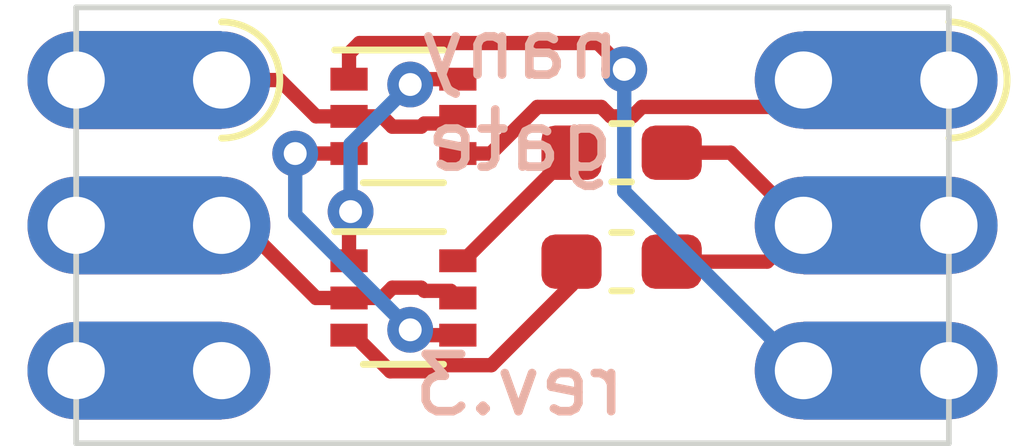
<source format=kicad_pcb>
(kicad_pcb (version 20171130) (host pcbnew 5.1.6)

  (general
    (thickness 1.6)
    (drawings 6)
    (tracks 63)
    (zones 0)
    (modules 6)
    (nets 11)
  )

  (page A4)
  (layers
    (0 F.Cu signal)
    (31 B.Cu signal)
    (32 B.Adhes user)
    (33 F.Adhes user)
    (34 B.Paste user)
    (35 F.Paste user)
    (36 B.SilkS user)
    (37 F.SilkS user)
    (38 B.Mask user)
    (39 F.Mask user)
    (40 Dwgs.User user)
    (41 Cmts.User user)
    (42 Eco1.User user)
    (43 Eco2.User user)
    (44 Edge.Cuts user)
    (45 Margin user)
    (46 B.CrtYd user)
    (47 F.CrtYd user)
    (48 B.Fab user)
    (49 F.Fab user hide)
  )

  (setup
    (last_trace_width 0.25)
    (user_trace_width 0.3)
    (trace_clearance 0.2)
    (zone_clearance 0.508)
    (zone_45_only no)
    (trace_min 0.2)
    (via_size 0.8)
    (via_drill 0.4)
    (via_min_size 0.4)
    (via_min_drill 0.3)
    (uvia_size 0.3)
    (uvia_drill 0.1)
    (uvias_allowed no)
    (uvia_min_size 0.2)
    (uvia_min_drill 0.1)
    (edge_width 0.05)
    (segment_width 0.2)
    (pcb_text_width 0.3)
    (pcb_text_size 1.5 1.5)
    (mod_edge_width 0.12)
    (mod_text_size 1 1)
    (mod_text_width 0.15)
    (pad_size 1.524 1.524)
    (pad_drill 0.762)
    (pad_to_mask_clearance 0.05)
    (aux_axis_origin 0 0)
    (visible_elements FFFFFF7F)
    (pcbplotparams
      (layerselection 0x010fc_ffffffff)
      (usegerberextensions false)
      (usegerberattributes true)
      (usegerberadvancedattributes true)
      (creategerberjobfile true)
      (excludeedgelayer true)
      (linewidth 0.100000)
      (plotframeref false)
      (viasonmask false)
      (mode 1)
      (useauxorigin false)
      (hpglpennumber 1)
      (hpglpenspeed 20)
      (hpglpendiameter 15.000000)
      (psnegative false)
      (psa4output false)
      (plotreference true)
      (plotvalue true)
      (plotinvisibletext false)
      (padsonsilk false)
      (subtractmaskfromsilk false)
      (outputformat 1)
      (mirror false)
      (drillshape 0)
      (scaleselection 1)
      (outputdirectory "../../../../pcbs/gates/nany/"))
  )

  (net 0 "")
  (net 1 Vss)
  (net 2 Out)
  (net 3 B)
  (net 4 Vdd)
  (net 5 A)
  (net 6 "Net-(J1-Pad3)")
  (net 7 "Net-(Q1-Pad6)")
  (net 8 "Net-(Q1-Pad3)")
  (net 9 "Net-(Q2-Pad6)")
  (net 10 "Net-(Q2-Pad3)")

  (net_class Default "This is the default net class."
    (clearance 0.2)
    (trace_width 0.25)
    (via_dia 0.8)
    (via_drill 0.4)
    (uvia_dia 0.3)
    (uvia_drill 0.1)
    (add_net A)
    (add_net B)
    (add_net "Net-(J1-Pad3)")
    (add_net "Net-(Q1-Pad3)")
    (add_net "Net-(Q1-Pad6)")
    (add_net "Net-(Q2-Pad3)")
    (add_net "Net-(Q2-Pad6)")
    (add_net Out)
    (add_net Vdd)
    (add_net Vss)
  )

  (module Castellation:Hybrid_Castellation_1x03_P2.54 (layer F.Cu) (tedit 60A116C0) (tstamp 5FF6BDEF)
    (at 102.235 49.53)
    (descr "Edge Castellation, 1x03, 2.54mm pitch, single row")
    (tags "Castellation Edge 1x03 2.54mm single row")
    (path /5FE32560)
    (fp_text reference J1 (at 0 -2.54) (layer F.SilkS) hide
      (effects (font (size 1 1) (thickness 0.15)))
    )
    (fp_text value Conn_01x03 (at 0 7.85) (layer F.Fab)
      (effects (font (size 1 1) (thickness 0.15)))
    )
    (fp_line (start 2.54 -0.635) (end 2.54 6.35) (layer F.Fab) (width 0.1))
    (fp_line (start -2.54 6.35) (end -2.54 -1.27) (layer F.Fab) (width 0.1))
    (fp_line (start 1.905 -1.27) (end 2.54 -0.635) (layer F.Fab) (width 0.1))
    (fp_line (start -2.54 -1.27) (end 1.905 -1.27) (layer F.Fab) (width 0.12))
    (fp_line (start -2.54 6.35) (end 2.54 6.35) (layer F.Fab) (width 0.12))
    (fp_arc (start 1.27 0) (end 1.27 1.016) (angle -180) (layer F.SilkS) (width 0.12))
    (fp_text user %R (at 0 2.54 90) (layer F.Fab)
      (effects (font (size 1 1) (thickness 0.15)))
    )
    (pad 3 connect custom (at 0 5.08) (size 2.54 1.7145) (layers B.Cu B.Mask)
      (net 6 "Net-(J1-Pad3)") (zone_connect 0)
      (options (clearance outline) (anchor rect))
      (primitives
      ))
    (pad 2 connect custom (at 0 2.54) (size 2.54 1.7145) (layers B.Cu B.Mask)
      (net 3 B) (zone_connect 0)
      (options (clearance outline) (anchor rect))
      (primitives
      ))
    (pad 1 connect custom (at 0 0) (size 2.54 1.7145) (layers B.Cu B.Mask)
      (net 5 A) (zone_connect 0)
      (options (clearance outline) (anchor rect))
      (primitives
      ))
    (pad 3 connect custom (at 0 5.08) (size 2.54 1.7145) (layers F.Cu F.Mask)
      (net 6 "Net-(J1-Pad3)") (zone_connect 0)
      (options (clearance outline) (anchor rect))
      (primitives
      ))
    (pad 2 connect custom (at 0 2.54) (size 2.54 1.7145) (layers F.Cu F.Mask)
      (net 3 B) (zone_connect 0)
      (options (clearance outline) (anchor rect))
      (primitives
      ))
    (pad 1 connect custom (at 0 0) (size 2.54 1.7145) (layers F.Cu F.Mask)
      (net 5 A) (zone_connect 0)
      (options (clearance outline) (anchor rect))
      (primitives
      ))
    (pad 1 thru_hole oval (at 1.27 0) (size 1.7 1.7) (drill 1) (layers *.Cu *.Mask)
      (net 5 A))
    (pad 2 thru_hole oval (at 1.27 2.54) (size 1.7 1.7) (drill 1) (layers *.Cu *.Mask)
      (net 3 B))
    (pad 3 thru_hole oval (at 1.27 5.08) (size 1.7 1.7) (drill 1) (layers *.Cu *.Mask)
      (net 6 "Net-(J1-Pad3)"))
    (pad 3 thru_hole oval (at -1.27 5.08) (size 1.7 1.7) (drill 1) (layers *.Cu *.Mask)
      (net 6 "Net-(J1-Pad3)"))
    (pad 2 thru_hole oval (at -1.27 2.54) (size 1.7 1.7) (drill 1) (layers *.Cu *.Mask)
      (net 3 B))
    (pad 1 thru_hole oval (at -1.27 0) (size 1.7 1.7) (drill 1) (layers *.Cu *.Mask)
      (net 5 A))
  )

  (module Castellation:Hybrid_Castellation_1x03_P2.54 (layer F.Cu) (tedit 60A116C0) (tstamp 5FF6BDFD)
    (at 114.935 49.53)
    (descr "Edge Castellation, 1x03, 2.54mm pitch, single row")
    (tags "Castellation Edge 1x03 2.54mm single row")
    (path /5FE33D7E)
    (fp_text reference J2 (at 0 -2.54) (layer F.SilkS) hide
      (effects (font (size 1 1) (thickness 0.15)))
    )
    (fp_text value Conn_01x03 (at 0 7.85) (layer F.Fab)
      (effects (font (size 1 1) (thickness 0.15)))
    )
    (fp_line (start 2.54 -0.635) (end 2.54 6.35) (layer F.Fab) (width 0.1))
    (fp_line (start -2.54 6.35) (end -2.54 -1.27) (layer F.Fab) (width 0.1))
    (fp_line (start 1.905 -1.27) (end 2.54 -0.635) (layer F.Fab) (width 0.1))
    (fp_line (start -2.54 -1.27) (end 1.905 -1.27) (layer F.Fab) (width 0.12))
    (fp_line (start -2.54 6.35) (end 2.54 6.35) (layer F.Fab) (width 0.12))
    (fp_arc (start 1.27 0) (end 1.27 1.016) (angle -180) (layer F.SilkS) (width 0.12))
    (fp_text user %R (at 0 2.54 90) (layer F.Fab)
      (effects (font (size 1 1) (thickness 0.15)))
    )
    (pad 3 connect custom (at 0 5.08) (size 2.54 1.7145) (layers B.Cu B.Mask)
      (net 1 Vss) (zone_connect 0)
      (options (clearance outline) (anchor rect))
      (primitives
      ))
    (pad 2 connect custom (at 0 2.54) (size 2.54 1.7145) (layers B.Cu B.Mask)
      (net 2 Out) (zone_connect 0)
      (options (clearance outline) (anchor rect))
      (primitives
      ))
    (pad 1 connect custom (at 0 0) (size 2.54 1.7145) (layers B.Cu B.Mask)
      (net 4 Vdd) (zone_connect 0)
      (options (clearance outline) (anchor rect))
      (primitives
      ))
    (pad 3 connect custom (at 0 5.08) (size 2.54 1.7145) (layers F.Cu F.Mask)
      (net 1 Vss) (zone_connect 0)
      (options (clearance outline) (anchor rect))
      (primitives
      ))
    (pad 2 connect custom (at 0 2.54) (size 2.54 1.7145) (layers F.Cu F.Mask)
      (net 2 Out) (zone_connect 0)
      (options (clearance outline) (anchor rect))
      (primitives
      ))
    (pad 1 connect custom (at 0 0) (size 2.54 1.7145) (layers F.Cu F.Mask)
      (net 4 Vdd) (zone_connect 0)
      (options (clearance outline) (anchor rect))
      (primitives
      ))
    (pad 1 thru_hole oval (at 1.27 0) (size 1.7 1.7) (drill 1) (layers *.Cu *.Mask)
      (net 4 Vdd))
    (pad 2 thru_hole oval (at 1.27 2.54) (size 1.7 1.7) (drill 1) (layers *.Cu *.Mask)
      (net 2 Out))
    (pad 3 thru_hole oval (at 1.27 5.08) (size 1.7 1.7) (drill 1) (layers *.Cu *.Mask)
      (net 1 Vss))
    (pad 3 thru_hole oval (at -1.27 5.08) (size 1.7 1.7) (drill 1) (layers *.Cu *.Mask)
      (net 1 Vss))
    (pad 2 thru_hole oval (at -1.27 2.54) (size 1.7 1.7) (drill 1) (layers *.Cu *.Mask)
      (net 2 Out))
    (pad 1 thru_hole oval (at -1.27 0) (size 1.7 1.7) (drill 1) (layers *.Cu *.Mask)
      (net 4 Vdd))
  )

  (module Package_TO_SOT_SMD:SOT-363_SC-70-6 (layer F.Cu) (tedit 5A02FF57) (tstamp 5FF6BE13)
    (at 106.68 50.165)
    (descr "SOT-363, SC-70-6")
    (tags "SOT-363 SC-70-6")
    (path /5FFCF8E4)
    (attr smd)
    (fp_text reference Q1 (at 0 -2) (layer F.SilkS) hide
      (effects (font (size 1 1) (thickness 0.15)))
    )
    (fp_text value BSS8402DW (at 0 2 180) (layer F.Fab)
      (effects (font (size 1 1) (thickness 0.15)))
    )
    (fp_line (start 0.7 -1.16) (end -1.2 -1.16) (layer F.SilkS) (width 0.12))
    (fp_line (start -0.7 1.16) (end 0.7 1.16) (layer F.SilkS) (width 0.12))
    (fp_line (start 1.6 1.4) (end 1.6 -1.4) (layer F.CrtYd) (width 0.05))
    (fp_line (start -1.6 -1.4) (end -1.6 1.4) (layer F.CrtYd) (width 0.05))
    (fp_line (start -1.6 -1.4) (end 1.6 -1.4) (layer F.CrtYd) (width 0.05))
    (fp_line (start 0.675 -1.1) (end -0.175 -1.1) (layer F.Fab) (width 0.1))
    (fp_line (start -0.675 -0.6) (end -0.675 1.1) (layer F.Fab) (width 0.1))
    (fp_line (start -1.6 1.4) (end 1.6 1.4) (layer F.CrtYd) (width 0.05))
    (fp_line (start 0.675 -1.1) (end 0.675 1.1) (layer F.Fab) (width 0.1))
    (fp_line (start 0.675 1.1) (end -0.675 1.1) (layer F.Fab) (width 0.1))
    (fp_line (start -0.175 -1.1) (end -0.675 -0.6) (layer F.Fab) (width 0.1))
    (fp_text user %R (at 0 0 90) (layer F.Fab)
      (effects (font (size 0.5 0.5) (thickness 0.075)))
    )
    (pad 6 smd rect (at 0.95 -0.65) (size 0.65 0.4) (layers F.Cu F.Paste F.Mask)
      (net 7 "Net-(Q1-Pad6)"))
    (pad 4 smd rect (at 0.95 0.65) (size 0.65 0.4) (layers F.Cu F.Paste F.Mask)
      (net 4 Vdd))
    (pad 2 smd rect (at -0.95 0) (size 0.65 0.4) (layers F.Cu F.Paste F.Mask)
      (net 5 A))
    (pad 5 smd rect (at 0.95 0) (size 0.65 0.4) (layers F.Cu F.Paste F.Mask)
      (net 5 A))
    (pad 3 smd rect (at -0.95 0.65) (size 0.65 0.4) (layers F.Cu F.Paste F.Mask)
      (net 8 "Net-(Q1-Pad3)"))
    (pad 1 smd rect (at -0.95 -0.65) (size 0.65 0.4) (layers F.Cu F.Paste F.Mask)
      (net 1 Vss))
    (model ${KISYS3DMOD}/Package_TO_SOT_SMD.3dshapes/SOT-363_SC-70-6.wrl
      (at (xyz 0 0 0))
      (scale (xyz 1 1 1))
      (rotate (xyz 0 0 0))
    )
  )

  (module Package_TO_SOT_SMD:SOT-363_SC-70-6 (layer F.Cu) (tedit 5A02FF57) (tstamp 5FF6BE29)
    (at 106.68 53.34)
    (descr "SOT-363, SC-70-6")
    (tags "SOT-363 SC-70-6")
    (path /5FFD2E43)
    (attr smd)
    (fp_text reference Q2 (at 0 -2) (layer F.SilkS) hide
      (effects (font (size 1 1) (thickness 0.15)))
    )
    (fp_text value BSS8402DW (at 0 2 180) (layer F.Fab)
      (effects (font (size 1 1) (thickness 0.15)))
    )
    (fp_line (start 0.7 -1.16) (end -1.2 -1.16) (layer F.SilkS) (width 0.12))
    (fp_line (start -0.7 1.16) (end 0.7 1.16) (layer F.SilkS) (width 0.12))
    (fp_line (start 1.6 1.4) (end 1.6 -1.4) (layer F.CrtYd) (width 0.05))
    (fp_line (start -1.6 -1.4) (end -1.6 1.4) (layer F.CrtYd) (width 0.05))
    (fp_line (start -1.6 -1.4) (end 1.6 -1.4) (layer F.CrtYd) (width 0.05))
    (fp_line (start 0.675 -1.1) (end -0.175 -1.1) (layer F.Fab) (width 0.1))
    (fp_line (start -0.675 -0.6) (end -0.675 1.1) (layer F.Fab) (width 0.1))
    (fp_line (start -1.6 1.4) (end 1.6 1.4) (layer F.CrtYd) (width 0.05))
    (fp_line (start 0.675 -1.1) (end 0.675 1.1) (layer F.Fab) (width 0.1))
    (fp_line (start 0.675 1.1) (end -0.675 1.1) (layer F.Fab) (width 0.1))
    (fp_line (start -0.175 -1.1) (end -0.675 -0.6) (layer F.Fab) (width 0.1))
    (fp_text user %R (at 0 0 90) (layer F.Fab)
      (effects (font (size 0.5 0.5) (thickness 0.075)))
    )
    (pad 6 smd rect (at 0.95 -0.65) (size 0.65 0.4) (layers F.Cu F.Paste F.Mask)
      (net 9 "Net-(Q2-Pad6)"))
    (pad 4 smd rect (at 0.95 0.65) (size 0.65 0.4) (layers F.Cu F.Paste F.Mask)
      (net 8 "Net-(Q1-Pad3)"))
    (pad 2 smd rect (at -0.95 0) (size 0.65 0.4) (layers F.Cu F.Paste F.Mask)
      (net 3 B))
    (pad 5 smd rect (at 0.95 0) (size 0.65 0.4) (layers F.Cu F.Paste F.Mask)
      (net 3 B))
    (pad 3 smd rect (at -0.95 0.65) (size 0.65 0.4) (layers F.Cu F.Paste F.Mask)
      (net 10 "Net-(Q2-Pad3)"))
    (pad 1 smd rect (at -0.95 -0.65) (size 0.65 0.4) (layers F.Cu F.Paste F.Mask)
      (net 7 "Net-(Q1-Pad6)"))
    (model ${KISYS3DMOD}/Package_TO_SOT_SMD.3dshapes/SOT-363_SC-70-6.wrl
      (at (xyz 0 0 0))
      (scale (xyz 1 1 1))
      (rotate (xyz 0 0 0))
    )
  )

  (module Resistor_SMD:R_0603_1608Metric_Pad1.05x0.95mm_HandSolder (layer F.Cu) (tedit 5B301BBD) (tstamp 5FF6BE4B)
    (at 110.49 50.8 180)
    (descr "Resistor SMD 0603 (1608 Metric), square (rectangular) end terminal, IPC_7351 nominal with elongated pad for handsoldering. (Body size source: http://www.tortai-tech.com/upload/download/2011102023233369053.pdf), generated with kicad-footprint-generator")
    (tags "resistor handsolder")
    (path /5FFD91D1)
    (attr smd)
    (fp_text reference R2 (at 0 -1.43) (layer F.SilkS) hide
      (effects (font (size 1 1) (thickness 0.15)))
    )
    (fp_text value 12k (at 0 1.43) (layer F.Fab)
      (effects (font (size 1 1) (thickness 0.15)))
    )
    (fp_line (start -0.8 0.4) (end -0.8 -0.4) (layer F.Fab) (width 0.1))
    (fp_line (start -0.8 -0.4) (end 0.8 -0.4) (layer F.Fab) (width 0.1))
    (fp_line (start 0.8 -0.4) (end 0.8 0.4) (layer F.Fab) (width 0.1))
    (fp_line (start 0.8 0.4) (end -0.8 0.4) (layer F.Fab) (width 0.1))
    (fp_line (start -0.171267 -0.51) (end 0.171267 -0.51) (layer F.SilkS) (width 0.12))
    (fp_line (start -0.171267 0.51) (end 0.171267 0.51) (layer F.SilkS) (width 0.12))
    (fp_line (start -1.65 0.73) (end -1.65 -0.73) (layer F.CrtYd) (width 0.05))
    (fp_line (start -1.65 -0.73) (end 1.65 -0.73) (layer F.CrtYd) (width 0.05))
    (fp_line (start 1.65 -0.73) (end 1.65 0.73) (layer F.CrtYd) (width 0.05))
    (fp_line (start 1.65 0.73) (end -1.65 0.73) (layer F.CrtYd) (width 0.05))
    (fp_text user %R (at 0 0) (layer F.Fab)
      (effects (font (size 0.4 0.4) (thickness 0.06)))
    )
    (pad 2 smd roundrect (at 0.875 0 180) (size 1.05 0.95) (layers F.Cu F.Paste F.Mask) (roundrect_rratio 0.25)
      (net 9 "Net-(Q2-Pad6)"))
    (pad 1 smd roundrect (at -0.875 0 180) (size 1.05 0.95) (layers F.Cu F.Paste F.Mask) (roundrect_rratio 0.25)
      (net 2 Out))
    (model ${KISYS3DMOD}/Resistor_SMD.3dshapes/R_0603_1608Metric.wrl
      (at (xyz 0 0 0))
      (scale (xyz 1 1 1))
      (rotate (xyz 0 0 0))
    )
  )

  (module Resistor_SMD:R_0603_1608Metric_Pad1.05x0.95mm_HandSolder (layer F.Cu) (tedit 5B301BBD) (tstamp 5FF6BE3A)
    (at 110.49 52.705)
    (descr "Resistor SMD 0603 (1608 Metric), square (rectangular) end terminal, IPC_7351 nominal with elongated pad for handsoldering. (Body size source: http://www.tortai-tech.com/upload/download/2011102023233369053.pdf), generated with kicad-footprint-generator")
    (tags "resistor handsolder")
    (path /5FFD8C4E)
    (attr smd)
    (fp_text reference R1 (at 0 -1.43) (layer F.SilkS) hide
      (effects (font (size 1 1) (thickness 0.15)))
    )
    (fp_text value 12k (at 0 1.43) (layer F.Fab)
      (effects (font (size 1 1) (thickness 0.15)))
    )
    (fp_line (start -0.8 0.4) (end -0.8 -0.4) (layer F.Fab) (width 0.1))
    (fp_line (start -0.8 -0.4) (end 0.8 -0.4) (layer F.Fab) (width 0.1))
    (fp_line (start 0.8 -0.4) (end 0.8 0.4) (layer F.Fab) (width 0.1))
    (fp_line (start 0.8 0.4) (end -0.8 0.4) (layer F.Fab) (width 0.1))
    (fp_line (start -0.171267 -0.51) (end 0.171267 -0.51) (layer F.SilkS) (width 0.12))
    (fp_line (start -0.171267 0.51) (end 0.171267 0.51) (layer F.SilkS) (width 0.12))
    (fp_line (start -1.65 0.73) (end -1.65 -0.73) (layer F.CrtYd) (width 0.05))
    (fp_line (start -1.65 -0.73) (end 1.65 -0.73) (layer F.CrtYd) (width 0.05))
    (fp_line (start 1.65 -0.73) (end 1.65 0.73) (layer F.CrtYd) (width 0.05))
    (fp_line (start 1.65 0.73) (end -1.65 0.73) (layer F.CrtYd) (width 0.05))
    (fp_text user %R (at 0 0) (layer F.Fab)
      (effects (font (size 0.4 0.4) (thickness 0.06)))
    )
    (pad 2 smd roundrect (at 0.875 0) (size 1.05 0.95) (layers F.Cu F.Paste F.Mask) (roundrect_rratio 0.25)
      (net 2 Out))
    (pad 1 smd roundrect (at -0.875 0) (size 1.05 0.95) (layers F.Cu F.Paste F.Mask) (roundrect_rratio 0.25)
      (net 10 "Net-(Q2-Pad3)"))
    (model ${KISYS3DMOD}/Resistor_SMD.3dshapes/R_0603_1608Metric.wrl
      (at (xyz 0 0 0))
      (scale (xyz 1 1 1))
      (rotate (xyz 0 0 0))
    )
  )

  (gr_line (start 116.205 48.26) (end 116.205 55.88) (layer Edge.Cuts) (width 0.1))
  (gr_line (start 100.965 48.26) (end 116.205 48.26) (layer Edge.Cuts) (width 0.1))
  (gr_line (start 100.965 55.88) (end 100.965 48.26) (layer Edge.Cuts) (width 0.1))
  (gr_line (start 116.205 55.88) (end 100.965 55.88) (layer Edge.Cuts) (width 0.1))
  (gr_text rev.3 (at 108.712 54.864) (layer B.SilkS)
    (effects (font (size 1 1) (thickness 0.15)) (justify mirror))
  )
  (gr_text "nany\ngate" (at 108.712 49.784) (layer B.SilkS)
    (effects (font (size 1 1) (thickness 0.15)) (justify mirror))
  )

  (segment (start 110.49 49.53) (end 110.49 49.53) (width 0.25) (layer F.Cu) (net 1) (tstamp 5FF6C223))
  (via (at 110.535768 49.343999) (size 0.8) (drill 0.4) (layers F.Cu B.Cu) (net 1))
  (segment (start 110.074984 48.883215) (end 110.535768 49.343999) (width 0.25) (layer F.Cu) (net 1))
  (segment (start 105.73 49.065) (end 105.911785 48.883215) (width 0.25) (layer F.Cu) (net 1))
  (segment (start 105.73 49.515) (end 105.73 49.065) (width 0.25) (layer F.Cu) (net 1))
  (segment (start 105.911785 48.883215) (end 110.074984 48.883215) (width 0.25) (layer F.Cu) (net 1))
  (segment (start 110.535768 51.480768) (end 113.665 54.61) (width 0.25) (layer B.Cu) (net 1))
  (segment (start 110.535768 49.343999) (end 110.535768 51.480768) (width 0.25) (layer B.Cu) (net 1))
  (segment (start 112.395 50.8) (end 113.665 52.07) (width 0.25) (layer F.Cu) (net 2))
  (segment (start 111.365 50.8) (end 112.395 50.8) (width 0.25) (layer F.Cu) (net 2))
  (segment (start 113.03 52.705) (end 113.665 52.07) (width 0.25) (layer F.Cu) (net 2))
  (segment (start 111.365 52.705) (end 113.03 52.705) (width 0.25) (layer F.Cu) (net 2))
  (segment (start 103.885 52.07) (end 103.505 52.07) (width 0.25) (layer F.Cu) (net 3))
  (segment (start 105.155 53.34) (end 103.885 52.07) (width 0.25) (layer F.Cu) (net 3))
  (segment (start 105.73 53.34) (end 105.155 53.34) (width 0.25) (layer F.Cu) (net 3))
  (segment (start 107.044999 53.215001) (end 106.989986 53.159988) (width 0.25) (layer F.Cu) (net 3))
  (segment (start 106.485012 53.159988) (end 106.305 53.34) (width 0.25) (layer F.Cu) (net 3))
  (segment (start 106.989986 53.159988) (end 106.485012 53.159988) (width 0.25) (layer F.Cu) (net 3))
  (segment (start 107.63 53.34) (end 107.505001 53.215001) (width 0.25) (layer F.Cu) (net 3))
  (segment (start 106.305 53.34) (end 105.73 53.34) (width 0.25) (layer F.Cu) (net 3))
  (segment (start 107.505001 53.215001) (end 107.044999 53.215001) (width 0.25) (layer F.Cu) (net 3))
  (segment (start 110.8445 49.99999) (end 113.19501 49.99999) (width 0.25) (layer F.Cu) (net 4))
  (segment (start 110.67949 50.165) (end 110.8445 49.99999) (width 0.25) (layer F.Cu) (net 4))
  (segment (start 110.30051 50.165) (end 110.67949 50.165) (width 0.25) (layer F.Cu) (net 4))
  (segment (start 110.1355 49.99999) (end 110.30051 50.165) (width 0.25) (layer F.Cu) (net 4))
  (segment (start 109.02001 49.99999) (end 110.1355 49.99999) (width 0.25) (layer F.Cu) (net 4))
  (segment (start 108.205 50.815) (end 109.02001 49.99999) (width 0.25) (layer F.Cu) (net 4))
  (segment (start 113.19501 49.99999) (end 113.665 49.53) (width 0.25) (layer F.Cu) (net 4))
  (segment (start 107.63 50.815) (end 108.205 50.815) (width 0.25) (layer F.Cu) (net 4))
  (segment (start 105.155 50.165) (end 104.52 49.53) (width 0.25) (layer F.Cu) (net 5))
  (segment (start 104.52 49.53) (end 103.505 49.53) (width 0.25) (layer F.Cu) (net 5))
  (segment (start 105.73 50.165) (end 105.155 50.165) (width 0.25) (layer F.Cu) (net 5))
  (segment (start 106.989987 50.345011) (end 107.044999 50.289999) (width 0.25) (layer F.Cu) (net 5))
  (segment (start 107.505001 50.289999) (end 107.63 50.165) (width 0.25) (layer F.Cu) (net 5))
  (segment (start 106.305 50.165) (end 106.485011 50.345011) (width 0.25) (layer F.Cu) (net 5))
  (segment (start 106.485011 50.345011) (end 106.989987 50.345011) (width 0.25) (layer F.Cu) (net 5))
  (segment (start 105.73 50.165) (end 106.305 50.165) (width 0.25) (layer F.Cu) (net 5))
  (segment (start 107.044999 50.289999) (end 107.505001 50.289999) (width 0.25) (layer F.Cu) (net 5))
  (via (at 105.757238 51.830307) (size 0.8) (drill 0.4) (layers F.Cu B.Cu) (net 7))
  (segment (start 105.73 51.857545) (end 105.757238 51.830307) (width 0.25) (layer F.Cu) (net 7))
  (segment (start 105.73 52.69) (end 105.73 51.857545) (width 0.25) (layer F.Cu) (net 7))
  (segment (start 107.63 49.515) (end 106.891614 49.515) (width 0.25) (layer F.Cu) (net 7))
  (segment (start 105.757238 50.649376) (end 106.798398 49.608216) (width 0.25) (layer B.Cu) (net 7))
  (segment (start 105.757238 51.830307) (end 105.757238 50.649376) (width 0.25) (layer B.Cu) (net 7))
  (via (at 106.798398 49.608216) (size 0.8) (drill 0.4) (layers F.Cu B.Cu) (net 7))
  (segment (start 106.891614 49.515) (end 106.798398 49.608216) (width 0.25) (layer F.Cu) (net 7))
  (segment (start 107.63 53.99) (end 106.891612 53.99) (width 0.25) (layer F.Cu) (net 8))
  (via (at 106.798395 53.896783) (size 0.8) (drill 0.4) (layers F.Cu B.Cu) (net 8))
  (segment (start 106.891612 53.99) (end 106.798395 53.896783) (width 0.25) (layer F.Cu) (net 8))
  (segment (start 105.73 50.815) (end 104.79 50.815) (width 0.25) (layer F.Cu) (net 8))
  (segment (start 104.79 50.815) (end 104.79 50.815) (width 0.25) (layer F.Cu) (net 8) (tstamp 5FF6C1DA))
  (via (at 104.79 50.815) (size 0.8) (drill 0.4) (layers F.Cu B.Cu) (net 8))
  (segment (start 104.79 51.888388) (end 106.798395 53.896783) (width 0.25) (layer B.Cu) (net 8))
  (segment (start 104.79 50.815) (end 104.79 51.888388) (width 0.25) (layer B.Cu) (net 8))
  (segment (start 107.725 52.69) (end 109.615 50.8) (width 0.25) (layer F.Cu) (net 9))
  (segment (start 107.63 52.69) (end 107.725 52.69) (width 0.25) (layer F.Cu) (net 9))
  (segment (start 109.615 53.115002) (end 109.615 52.705) (width 0.25) (layer F.Cu) (net 10))
  (segment (start 106.450394 54.621784) (end 107.146396 54.621784) (width 0.25) (layer F.Cu) (net 10))
  (segment (start 105.73 53.99) (end 105.81861 53.99) (width 0.25) (layer F.Cu) (net 10))
  (segment (start 105.81861 53.99) (end 106.450394 54.621784) (width 0.25) (layer F.Cu) (net 10))
  (segment (start 108.215001 54.515001) (end 109.615 53.115002) (width 0.25) (layer F.Cu) (net 10))
  (segment (start 107.146396 54.621784) (end 107.253179 54.515001) (width 0.25) (layer F.Cu) (net 10))
  (segment (start 107.253179 54.515001) (end 108.215001 54.515001) (width 0.25) (layer F.Cu) (net 10))

)

</source>
